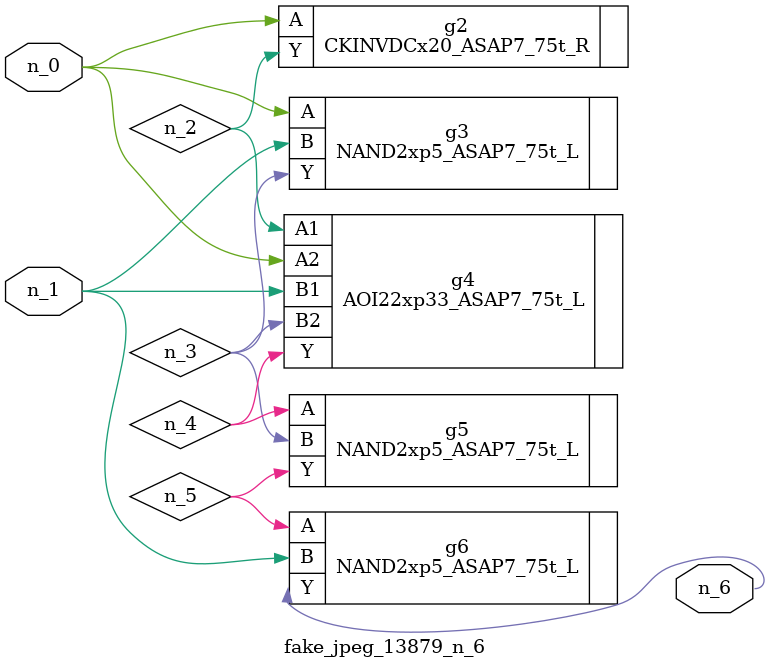
<source format=v>
module fake_jpeg_13879_n_6 (n_0, n_1, n_6);

input n_0;
input n_1;

output n_6;

wire n_3;
wire n_2;
wire n_4;
wire n_5;

CKINVDCx20_ASAP7_75t_R g2 ( 
.A(n_0),
.Y(n_2)
);

NAND2xp5_ASAP7_75t_L g3 ( 
.A(n_0),
.B(n_1),
.Y(n_3)
);

AOI22xp33_ASAP7_75t_L g4 ( 
.A1(n_2),
.A2(n_0),
.B1(n_1),
.B2(n_3),
.Y(n_4)
);

NAND2xp5_ASAP7_75t_L g5 ( 
.A(n_4),
.B(n_3),
.Y(n_5)
);

NAND2xp5_ASAP7_75t_L g6 ( 
.A(n_5),
.B(n_1),
.Y(n_6)
);


endmodule
</source>
